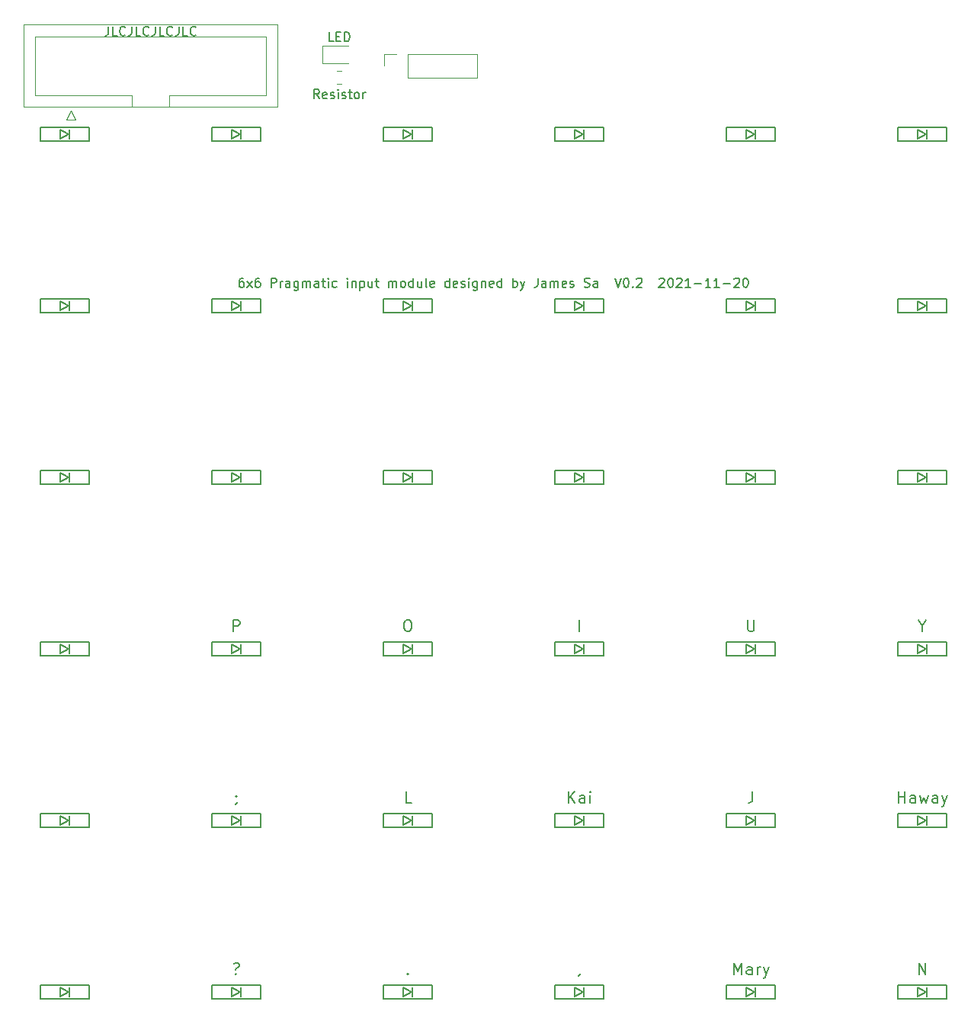
<source format=gto>
%TF.GenerationSoftware,KiCad,Pcbnew,(5.1.12-1-10_14)*%
%TF.CreationDate,2021-11-20T17:22:18+08:00*%
%TF.ProjectId,Pragmatic,50726167-6d61-4746-9963-2e6b69636164,0.2*%
%TF.SameCoordinates,Original*%
%TF.FileFunction,Legend,Top*%
%TF.FilePolarity,Positive*%
%FSLAX46Y46*%
G04 Gerber Fmt 4.6, Leading zero omitted, Abs format (unit mm)*
G04 Created by KiCad (PCBNEW (5.1.12-1-10_14)) date 2021-11-20 17:22:18*
%MOMM*%
%LPD*%
G01*
G04 APERTURE LIST*
%ADD10C,0.152400*%
%ADD11C,0.203200*%
%ADD12C,0.120000*%
%ADD13C,0.150000*%
%ADD14C,0.304800*%
%ADD15C,0.381000*%
%ADD16C,3.200000*%
%ADD17C,2.400000*%
%ADD18O,2.200000X1.600000*%
%ADD19C,4.900000*%
%ADD20C,1.800000*%
%ADD21O,2.200000X1.500000*%
%ADD22C,1.700000*%
%ADD23O,1.700000X1.700000*%
%ADD24R,1.700000X1.700000*%
%ADD25R,1.400000X1.000000*%
G04 APERTURE END LIST*
D10*
X76976393Y-64848619D02*
X76782869Y-64848619D01*
X76686107Y-64897000D01*
X76637726Y-64945380D01*
X76540964Y-65090523D01*
X76492583Y-65284047D01*
X76492583Y-65671095D01*
X76540964Y-65767857D01*
X76589345Y-65816238D01*
X76686107Y-65864619D01*
X76879631Y-65864619D01*
X76976393Y-65816238D01*
X77024774Y-65767857D01*
X77073155Y-65671095D01*
X77073155Y-65429190D01*
X77024774Y-65332428D01*
X76976393Y-65284047D01*
X76879631Y-65235666D01*
X76686107Y-65235666D01*
X76589345Y-65284047D01*
X76540964Y-65332428D01*
X76492583Y-65429190D01*
X77411821Y-65864619D02*
X77944012Y-65187285D01*
X77411821Y-65187285D02*
X77944012Y-65864619D01*
X78766488Y-64848619D02*
X78572964Y-64848619D01*
X78476202Y-64897000D01*
X78427821Y-64945380D01*
X78331060Y-65090523D01*
X78282679Y-65284047D01*
X78282679Y-65671095D01*
X78331060Y-65767857D01*
X78379440Y-65816238D01*
X78476202Y-65864619D01*
X78669726Y-65864619D01*
X78766488Y-65816238D01*
X78814869Y-65767857D01*
X78863250Y-65671095D01*
X78863250Y-65429190D01*
X78814869Y-65332428D01*
X78766488Y-65284047D01*
X78669726Y-65235666D01*
X78476202Y-65235666D01*
X78379440Y-65284047D01*
X78331060Y-65332428D01*
X78282679Y-65429190D01*
X80072774Y-65864619D02*
X80072774Y-64848619D01*
X80459821Y-64848619D01*
X80556583Y-64897000D01*
X80604964Y-64945380D01*
X80653345Y-65042142D01*
X80653345Y-65187285D01*
X80604964Y-65284047D01*
X80556583Y-65332428D01*
X80459821Y-65380809D01*
X80072774Y-65380809D01*
X81088774Y-65864619D02*
X81088774Y-65187285D01*
X81088774Y-65380809D02*
X81137155Y-65284047D01*
X81185536Y-65235666D01*
X81282298Y-65187285D01*
X81379060Y-65187285D01*
X82153155Y-65864619D02*
X82153155Y-65332428D01*
X82104774Y-65235666D01*
X82008012Y-65187285D01*
X81814488Y-65187285D01*
X81717726Y-65235666D01*
X82153155Y-65816238D02*
X82056393Y-65864619D01*
X81814488Y-65864619D01*
X81717726Y-65816238D01*
X81669345Y-65719476D01*
X81669345Y-65622714D01*
X81717726Y-65525952D01*
X81814488Y-65477571D01*
X82056393Y-65477571D01*
X82153155Y-65429190D01*
X83072393Y-65187285D02*
X83072393Y-66009761D01*
X83024012Y-66106523D01*
X82975631Y-66154904D01*
X82878869Y-66203285D01*
X82733726Y-66203285D01*
X82636964Y-66154904D01*
X83072393Y-65816238D02*
X82975631Y-65864619D01*
X82782107Y-65864619D01*
X82685345Y-65816238D01*
X82636964Y-65767857D01*
X82588583Y-65671095D01*
X82588583Y-65380809D01*
X82636964Y-65284047D01*
X82685345Y-65235666D01*
X82782107Y-65187285D01*
X82975631Y-65187285D01*
X83072393Y-65235666D01*
X83556202Y-65864619D02*
X83556202Y-65187285D01*
X83556202Y-65284047D02*
X83604583Y-65235666D01*
X83701345Y-65187285D01*
X83846488Y-65187285D01*
X83943250Y-65235666D01*
X83991631Y-65332428D01*
X83991631Y-65864619D01*
X83991631Y-65332428D02*
X84040012Y-65235666D01*
X84136774Y-65187285D01*
X84281917Y-65187285D01*
X84378679Y-65235666D01*
X84427060Y-65332428D01*
X84427060Y-65864619D01*
X85346298Y-65864619D02*
X85346298Y-65332428D01*
X85297917Y-65235666D01*
X85201155Y-65187285D01*
X85007631Y-65187285D01*
X84910869Y-65235666D01*
X85346298Y-65816238D02*
X85249536Y-65864619D01*
X85007631Y-65864619D01*
X84910869Y-65816238D01*
X84862488Y-65719476D01*
X84862488Y-65622714D01*
X84910869Y-65525952D01*
X85007631Y-65477571D01*
X85249536Y-65477571D01*
X85346298Y-65429190D01*
X85684964Y-65187285D02*
X86072012Y-65187285D01*
X85830107Y-64848619D02*
X85830107Y-65719476D01*
X85878488Y-65816238D01*
X85975250Y-65864619D01*
X86072012Y-65864619D01*
X86410679Y-65864619D02*
X86410679Y-65187285D01*
X86410679Y-64848619D02*
X86362298Y-64897000D01*
X86410679Y-64945380D01*
X86459060Y-64897000D01*
X86410679Y-64848619D01*
X86410679Y-64945380D01*
X87329917Y-65816238D02*
X87233155Y-65864619D01*
X87039631Y-65864619D01*
X86942869Y-65816238D01*
X86894488Y-65767857D01*
X86846107Y-65671095D01*
X86846107Y-65380809D01*
X86894488Y-65284047D01*
X86942869Y-65235666D01*
X87039631Y-65187285D01*
X87233155Y-65187285D01*
X87329917Y-65235666D01*
X88539440Y-65864619D02*
X88539440Y-65187285D01*
X88539440Y-64848619D02*
X88491060Y-64897000D01*
X88539440Y-64945380D01*
X88587821Y-64897000D01*
X88539440Y-64848619D01*
X88539440Y-64945380D01*
X89023250Y-65187285D02*
X89023250Y-65864619D01*
X89023250Y-65284047D02*
X89071631Y-65235666D01*
X89168393Y-65187285D01*
X89313536Y-65187285D01*
X89410298Y-65235666D01*
X89458679Y-65332428D01*
X89458679Y-65864619D01*
X89942488Y-65187285D02*
X89942488Y-66203285D01*
X89942488Y-65235666D02*
X90039250Y-65187285D01*
X90232774Y-65187285D01*
X90329536Y-65235666D01*
X90377917Y-65284047D01*
X90426298Y-65380809D01*
X90426298Y-65671095D01*
X90377917Y-65767857D01*
X90329536Y-65816238D01*
X90232774Y-65864619D01*
X90039250Y-65864619D01*
X89942488Y-65816238D01*
X91297155Y-65187285D02*
X91297155Y-65864619D01*
X90861726Y-65187285D02*
X90861726Y-65719476D01*
X90910107Y-65816238D01*
X91006869Y-65864619D01*
X91152012Y-65864619D01*
X91248774Y-65816238D01*
X91297155Y-65767857D01*
X91635821Y-65187285D02*
X92022869Y-65187285D01*
X91780964Y-64848619D02*
X91780964Y-65719476D01*
X91829345Y-65816238D01*
X91926107Y-65864619D01*
X92022869Y-65864619D01*
X93135631Y-65864619D02*
X93135631Y-65187285D01*
X93135631Y-65284047D02*
X93184012Y-65235666D01*
X93280774Y-65187285D01*
X93425917Y-65187285D01*
X93522679Y-65235666D01*
X93571060Y-65332428D01*
X93571060Y-65864619D01*
X93571060Y-65332428D02*
X93619440Y-65235666D01*
X93716202Y-65187285D01*
X93861345Y-65187285D01*
X93958107Y-65235666D01*
X94006488Y-65332428D01*
X94006488Y-65864619D01*
X94635440Y-65864619D02*
X94538679Y-65816238D01*
X94490298Y-65767857D01*
X94441917Y-65671095D01*
X94441917Y-65380809D01*
X94490298Y-65284047D01*
X94538679Y-65235666D01*
X94635440Y-65187285D01*
X94780583Y-65187285D01*
X94877345Y-65235666D01*
X94925726Y-65284047D01*
X94974107Y-65380809D01*
X94974107Y-65671095D01*
X94925726Y-65767857D01*
X94877345Y-65816238D01*
X94780583Y-65864619D01*
X94635440Y-65864619D01*
X95844964Y-65864619D02*
X95844964Y-64848619D01*
X95844964Y-65816238D02*
X95748202Y-65864619D01*
X95554679Y-65864619D01*
X95457917Y-65816238D01*
X95409536Y-65767857D01*
X95361155Y-65671095D01*
X95361155Y-65380809D01*
X95409536Y-65284047D01*
X95457917Y-65235666D01*
X95554679Y-65187285D01*
X95748202Y-65187285D01*
X95844964Y-65235666D01*
X96764202Y-65187285D02*
X96764202Y-65864619D01*
X96328774Y-65187285D02*
X96328774Y-65719476D01*
X96377155Y-65816238D01*
X96473917Y-65864619D01*
X96619060Y-65864619D01*
X96715821Y-65816238D01*
X96764202Y-65767857D01*
X97393155Y-65864619D02*
X97296393Y-65816238D01*
X97248012Y-65719476D01*
X97248012Y-64848619D01*
X98167250Y-65816238D02*
X98070488Y-65864619D01*
X97876964Y-65864619D01*
X97780202Y-65816238D01*
X97731821Y-65719476D01*
X97731821Y-65332428D01*
X97780202Y-65235666D01*
X97876964Y-65187285D01*
X98070488Y-65187285D01*
X98167250Y-65235666D01*
X98215631Y-65332428D01*
X98215631Y-65429190D01*
X97731821Y-65525952D01*
X99860583Y-65864619D02*
X99860583Y-64848619D01*
X99860583Y-65816238D02*
X99763821Y-65864619D01*
X99570298Y-65864619D01*
X99473536Y-65816238D01*
X99425155Y-65767857D01*
X99376774Y-65671095D01*
X99376774Y-65380809D01*
X99425155Y-65284047D01*
X99473536Y-65235666D01*
X99570298Y-65187285D01*
X99763821Y-65187285D01*
X99860583Y-65235666D01*
X100731440Y-65816238D02*
X100634679Y-65864619D01*
X100441155Y-65864619D01*
X100344393Y-65816238D01*
X100296012Y-65719476D01*
X100296012Y-65332428D01*
X100344393Y-65235666D01*
X100441155Y-65187285D01*
X100634679Y-65187285D01*
X100731440Y-65235666D01*
X100779821Y-65332428D01*
X100779821Y-65429190D01*
X100296012Y-65525952D01*
X101166869Y-65816238D02*
X101263631Y-65864619D01*
X101457155Y-65864619D01*
X101553917Y-65816238D01*
X101602298Y-65719476D01*
X101602298Y-65671095D01*
X101553917Y-65574333D01*
X101457155Y-65525952D01*
X101312012Y-65525952D01*
X101215250Y-65477571D01*
X101166869Y-65380809D01*
X101166869Y-65332428D01*
X101215250Y-65235666D01*
X101312012Y-65187285D01*
X101457155Y-65187285D01*
X101553917Y-65235666D01*
X102037726Y-65864619D02*
X102037726Y-65187285D01*
X102037726Y-64848619D02*
X101989345Y-64897000D01*
X102037726Y-64945380D01*
X102086107Y-64897000D01*
X102037726Y-64848619D01*
X102037726Y-64945380D01*
X102956964Y-65187285D02*
X102956964Y-66009761D01*
X102908583Y-66106523D01*
X102860202Y-66154904D01*
X102763440Y-66203285D01*
X102618298Y-66203285D01*
X102521536Y-66154904D01*
X102956964Y-65816238D02*
X102860202Y-65864619D01*
X102666679Y-65864619D01*
X102569917Y-65816238D01*
X102521536Y-65767857D01*
X102473155Y-65671095D01*
X102473155Y-65380809D01*
X102521536Y-65284047D01*
X102569917Y-65235666D01*
X102666679Y-65187285D01*
X102860202Y-65187285D01*
X102956964Y-65235666D01*
X103440774Y-65187285D02*
X103440774Y-65864619D01*
X103440774Y-65284047D02*
X103489155Y-65235666D01*
X103585917Y-65187285D01*
X103731060Y-65187285D01*
X103827821Y-65235666D01*
X103876202Y-65332428D01*
X103876202Y-65864619D01*
X104747060Y-65816238D02*
X104650298Y-65864619D01*
X104456774Y-65864619D01*
X104360012Y-65816238D01*
X104311631Y-65719476D01*
X104311631Y-65332428D01*
X104360012Y-65235666D01*
X104456774Y-65187285D01*
X104650298Y-65187285D01*
X104747060Y-65235666D01*
X104795440Y-65332428D01*
X104795440Y-65429190D01*
X104311631Y-65525952D01*
X105666298Y-65864619D02*
X105666298Y-64848619D01*
X105666298Y-65816238D02*
X105569536Y-65864619D01*
X105376012Y-65864619D01*
X105279250Y-65816238D01*
X105230869Y-65767857D01*
X105182488Y-65671095D01*
X105182488Y-65380809D01*
X105230869Y-65284047D01*
X105279250Y-65235666D01*
X105376012Y-65187285D01*
X105569536Y-65187285D01*
X105666298Y-65235666D01*
X106924202Y-65864619D02*
X106924202Y-64848619D01*
X106924202Y-65235666D02*
X107020964Y-65187285D01*
X107214488Y-65187285D01*
X107311250Y-65235666D01*
X107359631Y-65284047D01*
X107408012Y-65380809D01*
X107408012Y-65671095D01*
X107359631Y-65767857D01*
X107311250Y-65816238D01*
X107214488Y-65864619D01*
X107020964Y-65864619D01*
X106924202Y-65816238D01*
X107746679Y-65187285D02*
X107988583Y-65864619D01*
X108230488Y-65187285D02*
X107988583Y-65864619D01*
X107891821Y-66106523D01*
X107843440Y-66154904D01*
X107746679Y-66203285D01*
X109681917Y-64848619D02*
X109681917Y-65574333D01*
X109633536Y-65719476D01*
X109536774Y-65816238D01*
X109391631Y-65864619D01*
X109294869Y-65864619D01*
X110601155Y-65864619D02*
X110601155Y-65332428D01*
X110552774Y-65235666D01*
X110456012Y-65187285D01*
X110262488Y-65187285D01*
X110165726Y-65235666D01*
X110601155Y-65816238D02*
X110504393Y-65864619D01*
X110262488Y-65864619D01*
X110165726Y-65816238D01*
X110117345Y-65719476D01*
X110117345Y-65622714D01*
X110165726Y-65525952D01*
X110262488Y-65477571D01*
X110504393Y-65477571D01*
X110601155Y-65429190D01*
X111084964Y-65864619D02*
X111084964Y-65187285D01*
X111084964Y-65284047D02*
X111133345Y-65235666D01*
X111230107Y-65187285D01*
X111375250Y-65187285D01*
X111472012Y-65235666D01*
X111520393Y-65332428D01*
X111520393Y-65864619D01*
X111520393Y-65332428D02*
X111568774Y-65235666D01*
X111665536Y-65187285D01*
X111810679Y-65187285D01*
X111907440Y-65235666D01*
X111955821Y-65332428D01*
X111955821Y-65864619D01*
X112826679Y-65816238D02*
X112729917Y-65864619D01*
X112536393Y-65864619D01*
X112439631Y-65816238D01*
X112391250Y-65719476D01*
X112391250Y-65332428D01*
X112439631Y-65235666D01*
X112536393Y-65187285D01*
X112729917Y-65187285D01*
X112826679Y-65235666D01*
X112875060Y-65332428D01*
X112875060Y-65429190D01*
X112391250Y-65525952D01*
X113262107Y-65816238D02*
X113358869Y-65864619D01*
X113552393Y-65864619D01*
X113649155Y-65816238D01*
X113697536Y-65719476D01*
X113697536Y-65671095D01*
X113649155Y-65574333D01*
X113552393Y-65525952D01*
X113407250Y-65525952D01*
X113310488Y-65477571D01*
X113262107Y-65380809D01*
X113262107Y-65332428D01*
X113310488Y-65235666D01*
X113407250Y-65187285D01*
X113552393Y-65187285D01*
X113649155Y-65235666D01*
X114858679Y-65816238D02*
X115003821Y-65864619D01*
X115245726Y-65864619D01*
X115342488Y-65816238D01*
X115390869Y-65767857D01*
X115439250Y-65671095D01*
X115439250Y-65574333D01*
X115390869Y-65477571D01*
X115342488Y-65429190D01*
X115245726Y-65380809D01*
X115052202Y-65332428D01*
X114955440Y-65284047D01*
X114907060Y-65235666D01*
X114858679Y-65138904D01*
X114858679Y-65042142D01*
X114907060Y-64945380D01*
X114955440Y-64897000D01*
X115052202Y-64848619D01*
X115294107Y-64848619D01*
X115439250Y-64897000D01*
X116310107Y-65864619D02*
X116310107Y-65332428D01*
X116261726Y-65235666D01*
X116164964Y-65187285D01*
X115971440Y-65187285D01*
X115874679Y-65235666D01*
X116310107Y-65816238D02*
X116213345Y-65864619D01*
X115971440Y-65864619D01*
X115874679Y-65816238D01*
X115826298Y-65719476D01*
X115826298Y-65622714D01*
X115874679Y-65525952D01*
X115971440Y-65477571D01*
X116213345Y-65477571D01*
X116310107Y-65429190D01*
X61982047Y-36908619D02*
X61982047Y-37634333D01*
X61933666Y-37779476D01*
X61836904Y-37876238D01*
X61691761Y-37924619D01*
X61595000Y-37924619D01*
X62949666Y-37924619D02*
X62465857Y-37924619D01*
X62465857Y-36908619D01*
X63868904Y-37827857D02*
X63820523Y-37876238D01*
X63675380Y-37924619D01*
X63578619Y-37924619D01*
X63433476Y-37876238D01*
X63336714Y-37779476D01*
X63288333Y-37682714D01*
X63239952Y-37489190D01*
X63239952Y-37344047D01*
X63288333Y-37150523D01*
X63336714Y-37053761D01*
X63433476Y-36957000D01*
X63578619Y-36908619D01*
X63675380Y-36908619D01*
X63820523Y-36957000D01*
X63868904Y-37005380D01*
X64594619Y-36908619D02*
X64594619Y-37634333D01*
X64546238Y-37779476D01*
X64449476Y-37876238D01*
X64304333Y-37924619D01*
X64207571Y-37924619D01*
X65562238Y-37924619D02*
X65078428Y-37924619D01*
X65078428Y-36908619D01*
X66481476Y-37827857D02*
X66433095Y-37876238D01*
X66287952Y-37924619D01*
X66191190Y-37924619D01*
X66046047Y-37876238D01*
X65949285Y-37779476D01*
X65900904Y-37682714D01*
X65852523Y-37489190D01*
X65852523Y-37344047D01*
X65900904Y-37150523D01*
X65949285Y-37053761D01*
X66046047Y-36957000D01*
X66191190Y-36908619D01*
X66287952Y-36908619D01*
X66433095Y-36957000D01*
X66481476Y-37005380D01*
X67207190Y-36908619D02*
X67207190Y-37634333D01*
X67158809Y-37779476D01*
X67062047Y-37876238D01*
X66916904Y-37924619D01*
X66820142Y-37924619D01*
X68174809Y-37924619D02*
X67691000Y-37924619D01*
X67691000Y-36908619D01*
X69094047Y-37827857D02*
X69045666Y-37876238D01*
X68900523Y-37924619D01*
X68803761Y-37924619D01*
X68658619Y-37876238D01*
X68561857Y-37779476D01*
X68513476Y-37682714D01*
X68465095Y-37489190D01*
X68465095Y-37344047D01*
X68513476Y-37150523D01*
X68561857Y-37053761D01*
X68658619Y-36957000D01*
X68803761Y-36908619D01*
X68900523Y-36908619D01*
X69045666Y-36957000D01*
X69094047Y-37005380D01*
X69819761Y-36908619D02*
X69819761Y-37634333D01*
X69771380Y-37779476D01*
X69674619Y-37876238D01*
X69529476Y-37924619D01*
X69432714Y-37924619D01*
X70787380Y-37924619D02*
X70303571Y-37924619D01*
X70303571Y-36908619D01*
X71706619Y-37827857D02*
X71658238Y-37876238D01*
X71513095Y-37924619D01*
X71416333Y-37924619D01*
X71271190Y-37876238D01*
X71174428Y-37779476D01*
X71126047Y-37682714D01*
X71077666Y-37489190D01*
X71077666Y-37344047D01*
X71126047Y-37150523D01*
X71174428Y-37053761D01*
X71271190Y-36957000D01*
X71416333Y-36908619D01*
X71513095Y-36908619D01*
X71658238Y-36957000D01*
X71706619Y-37005380D01*
X118252844Y-64848619D02*
X118591511Y-65864619D01*
X118930178Y-64848619D01*
X119462368Y-64848619D02*
X119559130Y-64848619D01*
X119655892Y-64897000D01*
X119704273Y-64945380D01*
X119752654Y-65042142D01*
X119801035Y-65235666D01*
X119801035Y-65477571D01*
X119752654Y-65671095D01*
X119704273Y-65767857D01*
X119655892Y-65816238D01*
X119559130Y-65864619D01*
X119462368Y-65864619D01*
X119365606Y-65816238D01*
X119317225Y-65767857D01*
X119268844Y-65671095D01*
X119220463Y-65477571D01*
X119220463Y-65235666D01*
X119268844Y-65042142D01*
X119317225Y-64945380D01*
X119365606Y-64897000D01*
X119462368Y-64848619D01*
X120236463Y-65767857D02*
X120284844Y-65816238D01*
X120236463Y-65864619D01*
X120188082Y-65816238D01*
X120236463Y-65767857D01*
X120236463Y-65864619D01*
X120671892Y-64945380D02*
X120720273Y-64897000D01*
X120817035Y-64848619D01*
X121058940Y-64848619D01*
X121155701Y-64897000D01*
X121204082Y-64945380D01*
X121252463Y-65042142D01*
X121252463Y-65138904D01*
X121204082Y-65284047D01*
X120623511Y-65864619D01*
X121252463Y-65864619D01*
X123187701Y-64945380D02*
X123236082Y-64897000D01*
X123332844Y-64848619D01*
X123574749Y-64848619D01*
X123671511Y-64897000D01*
X123719892Y-64945380D01*
X123768273Y-65042142D01*
X123768273Y-65138904D01*
X123719892Y-65284047D01*
X123139320Y-65864619D01*
X123768273Y-65864619D01*
X124397225Y-64848619D02*
X124493987Y-64848619D01*
X124590749Y-64897000D01*
X124639130Y-64945380D01*
X124687511Y-65042142D01*
X124735892Y-65235666D01*
X124735892Y-65477571D01*
X124687511Y-65671095D01*
X124639130Y-65767857D01*
X124590749Y-65816238D01*
X124493987Y-65864619D01*
X124397225Y-65864619D01*
X124300463Y-65816238D01*
X124252082Y-65767857D01*
X124203701Y-65671095D01*
X124155320Y-65477571D01*
X124155320Y-65235666D01*
X124203701Y-65042142D01*
X124252082Y-64945380D01*
X124300463Y-64897000D01*
X124397225Y-64848619D01*
X125122940Y-64945380D02*
X125171320Y-64897000D01*
X125268082Y-64848619D01*
X125509987Y-64848619D01*
X125606749Y-64897000D01*
X125655130Y-64945380D01*
X125703511Y-65042142D01*
X125703511Y-65138904D01*
X125655130Y-65284047D01*
X125074559Y-65864619D01*
X125703511Y-65864619D01*
X126671130Y-65864619D02*
X126090559Y-65864619D01*
X126380844Y-65864619D02*
X126380844Y-64848619D01*
X126284082Y-64993761D01*
X126187320Y-65090523D01*
X126090559Y-65138904D01*
X127106559Y-65477571D02*
X127880654Y-65477571D01*
X128896654Y-65864619D02*
X128316082Y-65864619D01*
X128606368Y-65864619D02*
X128606368Y-64848619D01*
X128509606Y-64993761D01*
X128412844Y-65090523D01*
X128316082Y-65138904D01*
X129864273Y-65864619D02*
X129283701Y-65864619D01*
X129573987Y-65864619D02*
X129573987Y-64848619D01*
X129477225Y-64993761D01*
X129380463Y-65090523D01*
X129283701Y-65138904D01*
X130299701Y-65477571D02*
X131073797Y-65477571D01*
X131509225Y-64945380D02*
X131557606Y-64897000D01*
X131654368Y-64848619D01*
X131896273Y-64848619D01*
X131993035Y-64897000D01*
X132041416Y-64945380D01*
X132089797Y-65042142D01*
X132089797Y-65138904D01*
X132041416Y-65284047D01*
X131460844Y-65864619D01*
X132089797Y-65864619D01*
X132718749Y-64848619D02*
X132815511Y-64848619D01*
X132912273Y-64897000D01*
X132960654Y-64945380D01*
X133009035Y-65042142D01*
X133057416Y-65235666D01*
X133057416Y-65477571D01*
X133009035Y-65671095D01*
X132960654Y-65767857D01*
X132912273Y-65816238D01*
X132815511Y-65864619D01*
X132718749Y-65864619D01*
X132621987Y-65816238D01*
X132573606Y-65767857D01*
X132525225Y-65671095D01*
X132476844Y-65477571D01*
X132476844Y-65235666D01*
X132525225Y-65042142D01*
X132573606Y-64945380D01*
X132621987Y-64897000D01*
X132718749Y-64848619D01*
D11*
X76260476Y-123069047D02*
X76260476Y-123129523D01*
X76200000Y-123250476D01*
X76139523Y-123310952D01*
X76200000Y-122343333D02*
X76260476Y-122403809D01*
X76200000Y-122464285D01*
X76139523Y-122403809D01*
X76200000Y-122343333D01*
X76200000Y-122464285D01*
X76139523Y-142058571D02*
X76200000Y-142119047D01*
X76139523Y-142179523D01*
X76079047Y-142119047D01*
X76139523Y-142058571D01*
X76139523Y-142179523D01*
X75897619Y-140970000D02*
X76018571Y-140909523D01*
X76320952Y-140909523D01*
X76441904Y-140970000D01*
X76502380Y-141090952D01*
X76502380Y-141211904D01*
X76441904Y-141332857D01*
X76381428Y-141393333D01*
X76260476Y-141453809D01*
X76200000Y-141514285D01*
X76139523Y-141635238D01*
X76139523Y-141695714D01*
X95250000Y-142058571D02*
X95310476Y-142119047D01*
X95250000Y-142179523D01*
X95189523Y-142119047D01*
X95250000Y-142058571D01*
X95250000Y-142179523D01*
X114360476Y-142119047D02*
X114360476Y-142179523D01*
X114300000Y-142300476D01*
X114239523Y-142360952D01*
X131475238Y-142179523D02*
X131475238Y-140909523D01*
X131898571Y-141816666D01*
X132321904Y-140909523D01*
X132321904Y-142179523D01*
X133470952Y-142179523D02*
X133470952Y-141514285D01*
X133410476Y-141393333D01*
X133289523Y-141332857D01*
X133047619Y-141332857D01*
X132926666Y-141393333D01*
X133470952Y-142119047D02*
X133350000Y-142179523D01*
X133047619Y-142179523D01*
X132926666Y-142119047D01*
X132866190Y-141998095D01*
X132866190Y-141877142D01*
X132926666Y-141756190D01*
X133047619Y-141695714D01*
X133350000Y-141695714D01*
X133470952Y-141635238D01*
X134075714Y-142179523D02*
X134075714Y-141332857D01*
X134075714Y-141574761D02*
X134136190Y-141453809D01*
X134196666Y-141393333D01*
X134317619Y-141332857D01*
X134438571Y-141332857D01*
X134740952Y-141332857D02*
X135043333Y-142179523D01*
X135345714Y-141332857D02*
X135043333Y-142179523D01*
X134922380Y-142481904D01*
X134861904Y-142542380D01*
X134740952Y-142602857D01*
X152037142Y-142179523D02*
X152037142Y-140909523D01*
X152762857Y-142179523D01*
X152762857Y-140909523D01*
X95643095Y-123129523D02*
X95038333Y-123129523D01*
X95038333Y-121859523D01*
X113090476Y-123129523D02*
X113090476Y-121859523D01*
X113816190Y-123129523D02*
X113271904Y-122403809D01*
X113816190Y-121859523D02*
X113090476Y-122585238D01*
X114904761Y-123129523D02*
X114904761Y-122464285D01*
X114844285Y-122343333D01*
X114723333Y-122282857D01*
X114481428Y-122282857D01*
X114360476Y-122343333D01*
X114904761Y-123069047D02*
X114783809Y-123129523D01*
X114481428Y-123129523D01*
X114360476Y-123069047D01*
X114300000Y-122948095D01*
X114300000Y-122827142D01*
X114360476Y-122706190D01*
X114481428Y-122645714D01*
X114783809Y-122645714D01*
X114904761Y-122585238D01*
X115509523Y-123129523D02*
X115509523Y-122282857D01*
X115509523Y-121859523D02*
X115449047Y-121920000D01*
X115509523Y-121980476D01*
X115570000Y-121920000D01*
X115509523Y-121859523D01*
X115509523Y-121980476D01*
X133531428Y-121859523D02*
X133531428Y-122766666D01*
X133470952Y-122948095D01*
X133350000Y-123069047D01*
X133168571Y-123129523D01*
X133047619Y-123129523D01*
X149739047Y-123129523D02*
X149739047Y-121859523D01*
X149739047Y-122464285D02*
X150464761Y-122464285D01*
X150464761Y-123129523D02*
X150464761Y-121859523D01*
X151613809Y-123129523D02*
X151613809Y-122464285D01*
X151553333Y-122343333D01*
X151432380Y-122282857D01*
X151190476Y-122282857D01*
X151069523Y-122343333D01*
X151613809Y-123069047D02*
X151492857Y-123129523D01*
X151190476Y-123129523D01*
X151069523Y-123069047D01*
X151009047Y-122948095D01*
X151009047Y-122827142D01*
X151069523Y-122706190D01*
X151190476Y-122645714D01*
X151492857Y-122645714D01*
X151613809Y-122585238D01*
X152097619Y-122282857D02*
X152339523Y-123129523D01*
X152581428Y-122524761D01*
X152823333Y-123129523D01*
X153065238Y-122282857D01*
X154093333Y-123129523D02*
X154093333Y-122464285D01*
X154032857Y-122343333D01*
X153911904Y-122282857D01*
X153670000Y-122282857D01*
X153549047Y-122343333D01*
X154093333Y-123069047D02*
X153972380Y-123129523D01*
X153670000Y-123129523D01*
X153549047Y-123069047D01*
X153488571Y-122948095D01*
X153488571Y-122827142D01*
X153549047Y-122706190D01*
X153670000Y-122645714D01*
X153972380Y-122645714D01*
X154093333Y-122585238D01*
X154577142Y-122282857D02*
X154879523Y-123129523D01*
X155181904Y-122282857D02*
X154879523Y-123129523D01*
X154758571Y-123431904D01*
X154698095Y-123492380D01*
X154577142Y-123552857D01*
X75867380Y-104079523D02*
X75867380Y-102809523D01*
X76351190Y-102809523D01*
X76472142Y-102870000D01*
X76532619Y-102930476D01*
X76593095Y-103051428D01*
X76593095Y-103232857D01*
X76532619Y-103353809D01*
X76472142Y-103414285D01*
X76351190Y-103474761D01*
X75867380Y-103474761D01*
X95129047Y-102809523D02*
X95370952Y-102809523D01*
X95491904Y-102870000D01*
X95612857Y-102990952D01*
X95673333Y-103232857D01*
X95673333Y-103656190D01*
X95612857Y-103898095D01*
X95491904Y-104019047D01*
X95370952Y-104079523D01*
X95129047Y-104079523D01*
X95008095Y-104019047D01*
X94887142Y-103898095D01*
X94826666Y-103656190D01*
X94826666Y-103232857D01*
X94887142Y-102990952D01*
X95008095Y-102870000D01*
X95129047Y-102809523D01*
X114300000Y-104079523D02*
X114300000Y-102809523D01*
X132987142Y-102809523D02*
X132987142Y-103837619D01*
X133047619Y-103958571D01*
X133108095Y-104019047D01*
X133229047Y-104079523D01*
X133470952Y-104079523D01*
X133591904Y-104019047D01*
X133652380Y-103958571D01*
X133712857Y-103837619D01*
X133712857Y-102809523D01*
X152400000Y-103474761D02*
X152400000Y-104079523D01*
X151976666Y-102809523D02*
X152400000Y-103474761D01*
X152823333Y-102809523D01*
D12*
X52575000Y-45835000D02*
X52575000Y-36715000D01*
X52575000Y-36715000D02*
X80775000Y-36715000D01*
X80775000Y-36715000D02*
X80775000Y-45835000D01*
X80775000Y-45835000D02*
X52575000Y-45835000D01*
X64625000Y-45835000D02*
X64625000Y-44525000D01*
X64625000Y-44525000D02*
X53875000Y-44525000D01*
X53875000Y-44525000D02*
X53875000Y-38025000D01*
X53875000Y-38025000D02*
X79475000Y-38025000D01*
X79475000Y-38025000D02*
X79475000Y-44525000D01*
X79475000Y-44525000D02*
X68725000Y-44525000D01*
X68725000Y-44525000D02*
X68725000Y-44525000D01*
X68725000Y-44525000D02*
X68725000Y-45835000D01*
X57785000Y-46225000D02*
X57285000Y-47225000D01*
X57285000Y-47225000D02*
X58285000Y-47225000D01*
X58285000Y-47225000D02*
X57785000Y-46225000D01*
X92650000Y-41275000D02*
X92650000Y-39945000D01*
X92650000Y-39945000D02*
X93980000Y-39945000D01*
X95250000Y-39945000D02*
X102930000Y-39945000D01*
X102930000Y-42605000D02*
X102930000Y-39945000D01*
X95250000Y-42605000D02*
X102930000Y-42605000D01*
X95250000Y-42605000D02*
X95250000Y-39945000D01*
X87402936Y-43280000D02*
X87857064Y-43280000D01*
X87402936Y-41810000D02*
X87857064Y-41810000D01*
X88630000Y-39045000D02*
X85770000Y-39045000D01*
X85770000Y-39045000D02*
X85770000Y-40965000D01*
X85770000Y-40965000D02*
X88630000Y-40965000D01*
D13*
X152900000Y-144645000D02*
X152900000Y-143645000D01*
X152800000Y-144145000D02*
X151900000Y-144645000D01*
X151900000Y-143645000D02*
X152800000Y-144145000D01*
X151900000Y-144645000D02*
X151900000Y-143645000D01*
X149700000Y-144895000D02*
X149700000Y-143395000D01*
X155100000Y-144895000D02*
X155100000Y-143395000D01*
X149700000Y-144895000D02*
X155100000Y-144895000D01*
X155100000Y-143395000D02*
X149700000Y-143395000D01*
X133850000Y-144645000D02*
X133850000Y-143645000D01*
X133750000Y-144145000D02*
X132850000Y-144645000D01*
X132850000Y-143645000D02*
X133750000Y-144145000D01*
X132850000Y-144645000D02*
X132850000Y-143645000D01*
X130650000Y-144895000D02*
X130650000Y-143395000D01*
X136050000Y-144895000D02*
X136050000Y-143395000D01*
X130650000Y-144895000D02*
X136050000Y-144895000D01*
X136050000Y-143395000D02*
X130650000Y-143395000D01*
X114800000Y-144645000D02*
X114800000Y-143645000D01*
X114700000Y-144145000D02*
X113800000Y-144645000D01*
X113800000Y-143645000D02*
X114700000Y-144145000D01*
X113800000Y-144645000D02*
X113800000Y-143645000D01*
X111600000Y-144895000D02*
X111600000Y-143395000D01*
X117000000Y-144895000D02*
X117000000Y-143395000D01*
X111600000Y-144895000D02*
X117000000Y-144895000D01*
X117000000Y-143395000D02*
X111600000Y-143395000D01*
X95750000Y-144645000D02*
X95750000Y-143645000D01*
X95650000Y-144145000D02*
X94750000Y-144645000D01*
X94750000Y-143645000D02*
X95650000Y-144145000D01*
X94750000Y-144645000D02*
X94750000Y-143645000D01*
X92550000Y-144895000D02*
X92550000Y-143395000D01*
X97950000Y-144895000D02*
X97950000Y-143395000D01*
X92550000Y-144895000D02*
X97950000Y-144895000D01*
X97950000Y-143395000D02*
X92550000Y-143395000D01*
X76700000Y-144645000D02*
X76700000Y-143645000D01*
X76600000Y-144145000D02*
X75700000Y-144645000D01*
X75700000Y-143645000D02*
X76600000Y-144145000D01*
X75700000Y-144645000D02*
X75700000Y-143645000D01*
X73500000Y-144895000D02*
X73500000Y-143395000D01*
X78900000Y-144895000D02*
X78900000Y-143395000D01*
X73500000Y-144895000D02*
X78900000Y-144895000D01*
X78900000Y-143395000D02*
X73500000Y-143395000D01*
X57650000Y-144645000D02*
X57650000Y-143645000D01*
X57550000Y-144145000D02*
X56650000Y-144645000D01*
X56650000Y-143645000D02*
X57550000Y-144145000D01*
X56650000Y-144645000D02*
X56650000Y-143645000D01*
X54450000Y-144895000D02*
X54450000Y-143395000D01*
X59850000Y-144895000D02*
X59850000Y-143395000D01*
X54450000Y-144895000D02*
X59850000Y-144895000D01*
X59850000Y-143395000D02*
X54450000Y-143395000D01*
X152900000Y-125595000D02*
X152900000Y-124595000D01*
X152800000Y-125095000D02*
X151900000Y-125595000D01*
X151900000Y-124595000D02*
X152800000Y-125095000D01*
X151900000Y-125595000D02*
X151900000Y-124595000D01*
X149700000Y-125845000D02*
X149700000Y-124345000D01*
X155100000Y-125845000D02*
X155100000Y-124345000D01*
X149700000Y-125845000D02*
X155100000Y-125845000D01*
X155100000Y-124345000D02*
X149700000Y-124345000D01*
X133850000Y-125595000D02*
X133850000Y-124595000D01*
X133750000Y-125095000D02*
X132850000Y-125595000D01*
X132850000Y-124595000D02*
X133750000Y-125095000D01*
X132850000Y-125595000D02*
X132850000Y-124595000D01*
X130650000Y-125845000D02*
X130650000Y-124345000D01*
X136050000Y-125845000D02*
X136050000Y-124345000D01*
X130650000Y-125845000D02*
X136050000Y-125845000D01*
X136050000Y-124345000D02*
X130650000Y-124345000D01*
X114800000Y-125595000D02*
X114800000Y-124595000D01*
X114700000Y-125095000D02*
X113800000Y-125595000D01*
X113800000Y-124595000D02*
X114700000Y-125095000D01*
X113800000Y-125595000D02*
X113800000Y-124595000D01*
X111600000Y-125845000D02*
X111600000Y-124345000D01*
X117000000Y-125845000D02*
X117000000Y-124345000D01*
X111600000Y-125845000D02*
X117000000Y-125845000D01*
X117000000Y-124345000D02*
X111600000Y-124345000D01*
X95750000Y-125595000D02*
X95750000Y-124595000D01*
X95650000Y-125095000D02*
X94750000Y-125595000D01*
X94750000Y-124595000D02*
X95650000Y-125095000D01*
X94750000Y-125595000D02*
X94750000Y-124595000D01*
X92550000Y-125845000D02*
X92550000Y-124345000D01*
X97950000Y-125845000D02*
X97950000Y-124345000D01*
X92550000Y-125845000D02*
X97950000Y-125845000D01*
X97950000Y-124345000D02*
X92550000Y-124345000D01*
X76700000Y-125595000D02*
X76700000Y-124595000D01*
X76600000Y-125095000D02*
X75700000Y-125595000D01*
X75700000Y-124595000D02*
X76600000Y-125095000D01*
X75700000Y-125595000D02*
X75700000Y-124595000D01*
X73500000Y-125845000D02*
X73500000Y-124345000D01*
X78900000Y-125845000D02*
X78900000Y-124345000D01*
X73500000Y-125845000D02*
X78900000Y-125845000D01*
X78900000Y-124345000D02*
X73500000Y-124345000D01*
X57650000Y-125595000D02*
X57650000Y-124595000D01*
X57550000Y-125095000D02*
X56650000Y-125595000D01*
X56650000Y-124595000D02*
X57550000Y-125095000D01*
X56650000Y-125595000D02*
X56650000Y-124595000D01*
X54450000Y-125845000D02*
X54450000Y-124345000D01*
X59850000Y-125845000D02*
X59850000Y-124345000D01*
X54450000Y-125845000D02*
X59850000Y-125845000D01*
X59850000Y-124345000D02*
X54450000Y-124345000D01*
X152900000Y-106545000D02*
X152900000Y-105545000D01*
X152800000Y-106045000D02*
X151900000Y-106545000D01*
X151900000Y-105545000D02*
X152800000Y-106045000D01*
X151900000Y-106545000D02*
X151900000Y-105545000D01*
X149700000Y-106795000D02*
X149700000Y-105295000D01*
X155100000Y-106795000D02*
X155100000Y-105295000D01*
X149700000Y-106795000D02*
X155100000Y-106795000D01*
X155100000Y-105295000D02*
X149700000Y-105295000D01*
X133850000Y-106545000D02*
X133850000Y-105545000D01*
X133750000Y-106045000D02*
X132850000Y-106545000D01*
X132850000Y-105545000D02*
X133750000Y-106045000D01*
X132850000Y-106545000D02*
X132850000Y-105545000D01*
X130650000Y-106795000D02*
X130650000Y-105295000D01*
X136050000Y-106795000D02*
X136050000Y-105295000D01*
X130650000Y-106795000D02*
X136050000Y-106795000D01*
X136050000Y-105295000D02*
X130650000Y-105295000D01*
X114800000Y-106545000D02*
X114800000Y-105545000D01*
X114700000Y-106045000D02*
X113800000Y-106545000D01*
X113800000Y-105545000D02*
X114700000Y-106045000D01*
X113800000Y-106545000D02*
X113800000Y-105545000D01*
X111600000Y-106795000D02*
X111600000Y-105295000D01*
X117000000Y-106795000D02*
X117000000Y-105295000D01*
X111600000Y-106795000D02*
X117000000Y-106795000D01*
X117000000Y-105295000D02*
X111600000Y-105295000D01*
X95750000Y-106545000D02*
X95750000Y-105545000D01*
X95650000Y-106045000D02*
X94750000Y-106545000D01*
X94750000Y-105545000D02*
X95650000Y-106045000D01*
X94750000Y-106545000D02*
X94750000Y-105545000D01*
X92550000Y-106795000D02*
X92550000Y-105295000D01*
X97950000Y-106795000D02*
X97950000Y-105295000D01*
X92550000Y-106795000D02*
X97950000Y-106795000D01*
X97950000Y-105295000D02*
X92550000Y-105295000D01*
X76700000Y-106545000D02*
X76700000Y-105545000D01*
X76600000Y-106045000D02*
X75700000Y-106545000D01*
X75700000Y-105545000D02*
X76600000Y-106045000D01*
X75700000Y-106545000D02*
X75700000Y-105545000D01*
X73500000Y-106795000D02*
X73500000Y-105295000D01*
X78900000Y-106795000D02*
X78900000Y-105295000D01*
X73500000Y-106795000D02*
X78900000Y-106795000D01*
X78900000Y-105295000D02*
X73500000Y-105295000D01*
X57650000Y-106545000D02*
X57650000Y-105545000D01*
X57550000Y-106045000D02*
X56650000Y-106545000D01*
X56650000Y-105545000D02*
X57550000Y-106045000D01*
X56650000Y-106545000D02*
X56650000Y-105545000D01*
X54450000Y-106795000D02*
X54450000Y-105295000D01*
X59850000Y-106795000D02*
X59850000Y-105295000D01*
X54450000Y-106795000D02*
X59850000Y-106795000D01*
X59850000Y-105295000D02*
X54450000Y-105295000D01*
X152900000Y-87495000D02*
X152900000Y-86495000D01*
X152800000Y-86995000D02*
X151900000Y-87495000D01*
X151900000Y-86495000D02*
X152800000Y-86995000D01*
X151900000Y-87495000D02*
X151900000Y-86495000D01*
X149700000Y-87745000D02*
X149700000Y-86245000D01*
X155100000Y-87745000D02*
X155100000Y-86245000D01*
X149700000Y-87745000D02*
X155100000Y-87745000D01*
X155100000Y-86245000D02*
X149700000Y-86245000D01*
X133850000Y-87495000D02*
X133850000Y-86495000D01*
X133750000Y-86995000D02*
X132850000Y-87495000D01*
X132850000Y-86495000D02*
X133750000Y-86995000D01*
X132850000Y-87495000D02*
X132850000Y-86495000D01*
X130650000Y-87745000D02*
X130650000Y-86245000D01*
X136050000Y-87745000D02*
X136050000Y-86245000D01*
X130650000Y-87745000D02*
X136050000Y-87745000D01*
X136050000Y-86245000D02*
X130650000Y-86245000D01*
X114800000Y-87495000D02*
X114800000Y-86495000D01*
X114700000Y-86995000D02*
X113800000Y-87495000D01*
X113800000Y-86495000D02*
X114700000Y-86995000D01*
X113800000Y-87495000D02*
X113800000Y-86495000D01*
X111600000Y-87745000D02*
X111600000Y-86245000D01*
X117000000Y-87745000D02*
X117000000Y-86245000D01*
X111600000Y-87745000D02*
X117000000Y-87745000D01*
X117000000Y-86245000D02*
X111600000Y-86245000D01*
X95750000Y-87495000D02*
X95750000Y-86495000D01*
X95650000Y-86995000D02*
X94750000Y-87495000D01*
X94750000Y-86495000D02*
X95650000Y-86995000D01*
X94750000Y-87495000D02*
X94750000Y-86495000D01*
X92550000Y-87745000D02*
X92550000Y-86245000D01*
X97950000Y-87745000D02*
X97950000Y-86245000D01*
X92550000Y-87745000D02*
X97950000Y-87745000D01*
X97950000Y-86245000D02*
X92550000Y-86245000D01*
X76700000Y-87495000D02*
X76700000Y-86495000D01*
X76600000Y-86995000D02*
X75700000Y-87495000D01*
X75700000Y-86495000D02*
X76600000Y-86995000D01*
X75700000Y-87495000D02*
X75700000Y-86495000D01*
X73500000Y-87745000D02*
X73500000Y-86245000D01*
X78900000Y-87745000D02*
X78900000Y-86245000D01*
X73500000Y-87745000D02*
X78900000Y-87745000D01*
X78900000Y-86245000D02*
X73500000Y-86245000D01*
X57650000Y-87495000D02*
X57650000Y-86495000D01*
X57550000Y-86995000D02*
X56650000Y-87495000D01*
X56650000Y-86495000D02*
X57550000Y-86995000D01*
X56650000Y-87495000D02*
X56650000Y-86495000D01*
X54450000Y-87745000D02*
X54450000Y-86245000D01*
X59850000Y-87745000D02*
X59850000Y-86245000D01*
X54450000Y-87745000D02*
X59850000Y-87745000D01*
X59850000Y-86245000D02*
X54450000Y-86245000D01*
X152900000Y-68445000D02*
X152900000Y-67445000D01*
X152800000Y-67945000D02*
X151900000Y-68445000D01*
X151900000Y-67445000D02*
X152800000Y-67945000D01*
X151900000Y-68445000D02*
X151900000Y-67445000D01*
X149700000Y-68695000D02*
X149700000Y-67195000D01*
X155100000Y-68695000D02*
X155100000Y-67195000D01*
X149700000Y-68695000D02*
X155100000Y-68695000D01*
X155100000Y-67195000D02*
X149700000Y-67195000D01*
X133850000Y-68445000D02*
X133850000Y-67445000D01*
X133750000Y-67945000D02*
X132850000Y-68445000D01*
X132850000Y-67445000D02*
X133750000Y-67945000D01*
X132850000Y-68445000D02*
X132850000Y-67445000D01*
X130650000Y-68695000D02*
X130650000Y-67195000D01*
X136050000Y-68695000D02*
X136050000Y-67195000D01*
X130650000Y-68695000D02*
X136050000Y-68695000D01*
X136050000Y-67195000D02*
X130650000Y-67195000D01*
X114800000Y-68445000D02*
X114800000Y-67445000D01*
X114700000Y-67945000D02*
X113800000Y-68445000D01*
X113800000Y-67445000D02*
X114700000Y-67945000D01*
X113800000Y-68445000D02*
X113800000Y-67445000D01*
X111600000Y-68695000D02*
X111600000Y-67195000D01*
X117000000Y-68695000D02*
X117000000Y-67195000D01*
X111600000Y-68695000D02*
X117000000Y-68695000D01*
X117000000Y-67195000D02*
X111600000Y-67195000D01*
X95750000Y-68445000D02*
X95750000Y-67445000D01*
X95650000Y-67945000D02*
X94750000Y-68445000D01*
X94750000Y-67445000D02*
X95650000Y-67945000D01*
X94750000Y-68445000D02*
X94750000Y-67445000D01*
X92550000Y-68695000D02*
X92550000Y-67195000D01*
X97950000Y-68695000D02*
X97950000Y-67195000D01*
X92550000Y-68695000D02*
X97950000Y-68695000D01*
X97950000Y-67195000D02*
X92550000Y-67195000D01*
X152900000Y-49395000D02*
X152900000Y-48395000D01*
X152800000Y-48895000D02*
X151900000Y-49395000D01*
X151900000Y-48395000D02*
X152800000Y-48895000D01*
X151900000Y-49395000D02*
X151900000Y-48395000D01*
X149700000Y-49645000D02*
X149700000Y-48145000D01*
X155100000Y-49645000D02*
X155100000Y-48145000D01*
X149700000Y-49645000D02*
X155100000Y-49645000D01*
X155100000Y-48145000D02*
X149700000Y-48145000D01*
X133850000Y-49395000D02*
X133850000Y-48395000D01*
X133750000Y-48895000D02*
X132850000Y-49395000D01*
X132850000Y-48395000D02*
X133750000Y-48895000D01*
X132850000Y-49395000D02*
X132850000Y-48395000D01*
X130650000Y-49645000D02*
X130650000Y-48145000D01*
X136050000Y-49645000D02*
X136050000Y-48145000D01*
X130650000Y-49645000D02*
X136050000Y-49645000D01*
X136050000Y-48145000D02*
X130650000Y-48145000D01*
X114800000Y-49395000D02*
X114800000Y-48395000D01*
X114700000Y-48895000D02*
X113800000Y-49395000D01*
X113800000Y-48395000D02*
X114700000Y-48895000D01*
X113800000Y-49395000D02*
X113800000Y-48395000D01*
X111600000Y-49645000D02*
X111600000Y-48145000D01*
X117000000Y-49645000D02*
X117000000Y-48145000D01*
X111600000Y-49645000D02*
X117000000Y-49645000D01*
X117000000Y-48145000D02*
X111600000Y-48145000D01*
X95750000Y-49395000D02*
X95750000Y-48395000D01*
X95650000Y-48895000D02*
X94750000Y-49395000D01*
X94750000Y-48395000D02*
X95650000Y-48895000D01*
X94750000Y-49395000D02*
X94750000Y-48395000D01*
X92550000Y-49645000D02*
X92550000Y-48145000D01*
X97950000Y-49645000D02*
X97950000Y-48145000D01*
X92550000Y-49645000D02*
X97950000Y-49645000D01*
X97950000Y-48145000D02*
X92550000Y-48145000D01*
X76700000Y-68445000D02*
X76700000Y-67445000D01*
X76600000Y-67945000D02*
X75700000Y-68445000D01*
X75700000Y-67445000D02*
X76600000Y-67945000D01*
X75700000Y-68445000D02*
X75700000Y-67445000D01*
X73500000Y-68695000D02*
X73500000Y-67195000D01*
X78900000Y-68695000D02*
X78900000Y-67195000D01*
X73500000Y-68695000D02*
X78900000Y-68695000D01*
X78900000Y-67195000D02*
X73500000Y-67195000D01*
X57650000Y-68445000D02*
X57650000Y-67445000D01*
X57550000Y-67945000D02*
X56650000Y-68445000D01*
X56650000Y-67445000D02*
X57550000Y-67945000D01*
X56650000Y-68445000D02*
X56650000Y-67445000D01*
X54450000Y-68695000D02*
X54450000Y-67195000D01*
X59850000Y-68695000D02*
X59850000Y-67195000D01*
X54450000Y-68695000D02*
X59850000Y-68695000D01*
X59850000Y-67195000D02*
X54450000Y-67195000D01*
X76700000Y-49395000D02*
X76700000Y-48395000D01*
X76600000Y-48895000D02*
X75700000Y-49395000D01*
X75700000Y-48395000D02*
X76600000Y-48895000D01*
X75700000Y-49395000D02*
X75700000Y-48395000D01*
X73500000Y-49645000D02*
X73500000Y-48145000D01*
X78900000Y-49645000D02*
X78900000Y-48145000D01*
X73500000Y-49645000D02*
X78900000Y-49645000D01*
X78900000Y-48145000D02*
X73500000Y-48145000D01*
X57650000Y-49395000D02*
X57650000Y-48395000D01*
X57550000Y-48895000D02*
X56650000Y-49395000D01*
X56650000Y-48395000D02*
X57550000Y-48895000D01*
X56650000Y-49395000D02*
X56650000Y-48395000D01*
X54450000Y-49645000D02*
X54450000Y-48145000D01*
X59850000Y-49645000D02*
X59850000Y-48145000D01*
X54450000Y-49645000D02*
X59850000Y-49645000D01*
X59850000Y-48145000D02*
X54450000Y-48145000D01*
X85415714Y-44902380D02*
X85082380Y-44426190D01*
X84844285Y-44902380D02*
X84844285Y-43902380D01*
X85225238Y-43902380D01*
X85320476Y-43950000D01*
X85368095Y-43997619D01*
X85415714Y-44092857D01*
X85415714Y-44235714D01*
X85368095Y-44330952D01*
X85320476Y-44378571D01*
X85225238Y-44426190D01*
X84844285Y-44426190D01*
X86225238Y-44854761D02*
X86130000Y-44902380D01*
X85939523Y-44902380D01*
X85844285Y-44854761D01*
X85796666Y-44759523D01*
X85796666Y-44378571D01*
X85844285Y-44283333D01*
X85939523Y-44235714D01*
X86130000Y-44235714D01*
X86225238Y-44283333D01*
X86272857Y-44378571D01*
X86272857Y-44473809D01*
X85796666Y-44569047D01*
X86653809Y-44854761D02*
X86749047Y-44902380D01*
X86939523Y-44902380D01*
X87034761Y-44854761D01*
X87082380Y-44759523D01*
X87082380Y-44711904D01*
X87034761Y-44616666D01*
X86939523Y-44569047D01*
X86796666Y-44569047D01*
X86701428Y-44521428D01*
X86653809Y-44426190D01*
X86653809Y-44378571D01*
X86701428Y-44283333D01*
X86796666Y-44235714D01*
X86939523Y-44235714D01*
X87034761Y-44283333D01*
X87510952Y-44902380D02*
X87510952Y-44235714D01*
X87510952Y-43902380D02*
X87463333Y-43950000D01*
X87510952Y-43997619D01*
X87558571Y-43950000D01*
X87510952Y-43902380D01*
X87510952Y-43997619D01*
X87939523Y-44854761D02*
X88034761Y-44902380D01*
X88225238Y-44902380D01*
X88320476Y-44854761D01*
X88368095Y-44759523D01*
X88368095Y-44711904D01*
X88320476Y-44616666D01*
X88225238Y-44569047D01*
X88082380Y-44569047D01*
X87987142Y-44521428D01*
X87939523Y-44426190D01*
X87939523Y-44378571D01*
X87987142Y-44283333D01*
X88082380Y-44235714D01*
X88225238Y-44235714D01*
X88320476Y-44283333D01*
X88653809Y-44235714D02*
X89034761Y-44235714D01*
X88796666Y-43902380D02*
X88796666Y-44759523D01*
X88844285Y-44854761D01*
X88939523Y-44902380D01*
X89034761Y-44902380D01*
X89510952Y-44902380D02*
X89415714Y-44854761D01*
X89368095Y-44807142D01*
X89320476Y-44711904D01*
X89320476Y-44426190D01*
X89368095Y-44330952D01*
X89415714Y-44283333D01*
X89510952Y-44235714D01*
X89653809Y-44235714D01*
X89749047Y-44283333D01*
X89796666Y-44330952D01*
X89844285Y-44426190D01*
X89844285Y-44711904D01*
X89796666Y-44807142D01*
X89749047Y-44854761D01*
X89653809Y-44902380D01*
X89510952Y-44902380D01*
X90272857Y-44902380D02*
X90272857Y-44235714D01*
X90272857Y-44426190D02*
X90320476Y-44330952D01*
X90368095Y-44283333D01*
X90463333Y-44235714D01*
X90558571Y-44235714D01*
X86987142Y-38552380D02*
X86510952Y-38552380D01*
X86510952Y-37552380D01*
X87320476Y-38028571D02*
X87653809Y-38028571D01*
X87796666Y-38552380D02*
X87320476Y-38552380D01*
X87320476Y-37552380D01*
X87796666Y-37552380D01*
X88225238Y-38552380D02*
X88225238Y-37552380D01*
X88463333Y-37552380D01*
X88606190Y-37600000D01*
X88701428Y-37695238D01*
X88749047Y-37790476D01*
X88796666Y-37980952D01*
X88796666Y-38123809D01*
X88749047Y-38314285D01*
X88701428Y-38409523D01*
X88606190Y-38504761D01*
X88463333Y-38552380D01*
X88225238Y-38552380D01*
%LPC*%
D14*
X50824190Y-42424047D02*
X49614666Y-42424047D01*
X49614666Y-39884047D01*
D15*
X124085085Y-42424047D02*
X124402585Y-39884047D01*
X125370204Y-39884047D01*
X125596990Y-40005000D01*
X125702823Y-40125952D01*
X125793537Y-40367857D01*
X125748180Y-40730714D01*
X125596990Y-40972619D01*
X125460918Y-41093571D01*
X125203894Y-41214523D01*
X124236275Y-41214523D01*
X126625085Y-42424047D02*
X126836752Y-40730714D01*
X126776275Y-41214523D02*
X126927466Y-40972619D01*
X127063537Y-40851666D01*
X127320561Y-40730714D01*
X127562466Y-40730714D01*
X129286037Y-42424047D02*
X129452347Y-41093571D01*
X129361633Y-40851666D01*
X129134847Y-40730714D01*
X128651037Y-40730714D01*
X128394013Y-40851666D01*
X129301156Y-42303095D02*
X129044133Y-42424047D01*
X128439371Y-42424047D01*
X128212585Y-42303095D01*
X128121871Y-42061190D01*
X128152109Y-41819285D01*
X128303299Y-41577380D01*
X128560323Y-41456428D01*
X129165085Y-41456428D01*
X129422109Y-41335476D01*
X131795799Y-40730714D02*
X131538775Y-42786904D01*
X131387585Y-43028809D01*
X131251513Y-43149761D01*
X130994490Y-43270714D01*
X130631633Y-43270714D01*
X130404847Y-43149761D01*
X131599252Y-42303095D02*
X131342228Y-42424047D01*
X130858418Y-42424047D01*
X130631633Y-42303095D01*
X130525799Y-42182142D01*
X130435085Y-41940238D01*
X130525799Y-41214523D01*
X130676990Y-40972619D01*
X130813061Y-40851666D01*
X131070085Y-40730714D01*
X131553894Y-40730714D01*
X131780680Y-40851666D01*
X132793656Y-42424047D02*
X133005323Y-40730714D01*
X132975085Y-40972619D02*
X133111156Y-40851666D01*
X133368180Y-40730714D01*
X133731037Y-40730714D01*
X133957823Y-40851666D01*
X134048537Y-41093571D01*
X133882228Y-42424047D01*
X134048537Y-41093571D02*
X134199728Y-40851666D01*
X134456752Y-40730714D01*
X134819609Y-40730714D01*
X135046394Y-40851666D01*
X135137109Y-41093571D01*
X134970799Y-42424047D01*
X137268894Y-42424047D02*
X137435204Y-41093571D01*
X137344490Y-40851666D01*
X137117704Y-40730714D01*
X136633894Y-40730714D01*
X136376871Y-40851666D01*
X137284013Y-42303095D02*
X137026990Y-42424047D01*
X136422228Y-42424047D01*
X136195442Y-42303095D01*
X136104728Y-42061190D01*
X136134966Y-41819285D01*
X136286156Y-41577380D01*
X136543180Y-41456428D01*
X137147942Y-41456428D01*
X137404966Y-41335476D01*
X138327228Y-40730714D02*
X139294847Y-40730714D01*
X138795918Y-39884047D02*
X138523775Y-42061190D01*
X138614490Y-42303095D01*
X138841275Y-42424047D01*
X139083180Y-42424047D01*
X139929847Y-42424047D02*
X140141513Y-40730714D01*
X140247347Y-39884047D02*
X140111275Y-40005000D01*
X140217109Y-40125952D01*
X140353180Y-40005000D01*
X140247347Y-39884047D01*
X140217109Y-40125952D01*
X142243061Y-42303095D02*
X141986037Y-42424047D01*
X141502228Y-42424047D01*
X141275442Y-42303095D01*
X141169609Y-42182142D01*
X141078894Y-41940238D01*
X141169609Y-41214523D01*
X141320799Y-40972619D01*
X141456871Y-40851666D01*
X141713894Y-40730714D01*
X142197704Y-40730714D01*
X142424490Y-40851666D01*
D16*
X142875000Y-142875000D03*
X142875000Y-66675000D03*
X66040000Y-142240000D03*
X66675000Y-66675000D03*
D17*
X60960000Y-54610000D03*
D18*
X62250000Y-61050000D03*
D17*
X54610000Y-52070000D03*
D19*
X57150000Y-57150000D03*
D20*
X51650000Y-57150000D03*
X62650000Y-57150000D03*
D21*
X57150000Y-63050000D03*
D22*
X62230000Y-57150000D03*
X52070000Y-57150000D03*
X75565000Y-40005000D03*
X73025000Y-40005000D03*
X70485000Y-40005000D03*
X67945000Y-40005000D03*
X65405000Y-40005000D03*
X62865000Y-40005000D03*
X60325000Y-40005000D03*
X57785000Y-40005000D03*
X75565000Y-42545000D03*
X73025000Y-42545000D03*
X70485000Y-42545000D03*
X67945000Y-42545000D03*
X65405000Y-42545000D03*
X62865000Y-42545000D03*
X60325000Y-42545000D03*
G36*
G01*
X58385000Y-43395000D02*
X57185000Y-43395000D01*
G75*
G02*
X56935000Y-43145000I0J250000D01*
G01*
X56935000Y-41945000D01*
G75*
G02*
X57185000Y-41695000I250000J0D01*
G01*
X58385000Y-41695000D01*
G75*
G02*
X58635000Y-41945000I0J-250000D01*
G01*
X58635000Y-43145000D01*
G75*
G02*
X58385000Y-43395000I-250000J0D01*
G01*
G37*
D23*
X101600000Y-41275000D03*
X99060000Y-41275000D03*
X96520000Y-41275000D03*
D24*
X93980000Y-41275000D03*
G36*
G01*
X88030000Y-42995001D02*
X88030000Y-42094999D01*
G75*
G02*
X88279999Y-41845000I249999J0D01*
G01*
X88980001Y-41845000D01*
G75*
G02*
X89230000Y-42094999I0J-249999D01*
G01*
X89230000Y-42995001D01*
G75*
G02*
X88980001Y-43245000I-249999J0D01*
G01*
X88279999Y-43245000D01*
G75*
G02*
X88030000Y-42995001I0J249999D01*
G01*
G37*
G36*
G01*
X86030000Y-42995001D02*
X86030000Y-42094999D01*
G75*
G02*
X86279999Y-41845000I249999J0D01*
G01*
X86980001Y-41845000D01*
G75*
G02*
X87230000Y-42094999I0J-249999D01*
G01*
X87230000Y-42995001D01*
G75*
G02*
X86980001Y-43245000I-249999J0D01*
G01*
X86279999Y-43245000D01*
G75*
G02*
X86030000Y-42995001I0J249999D01*
G01*
G37*
G36*
G01*
X88080000Y-40455001D02*
X88080000Y-39554999D01*
G75*
G02*
X88329999Y-39305000I249999J0D01*
G01*
X88980001Y-39305000D01*
G75*
G02*
X89230000Y-39554999I0J-249999D01*
G01*
X89230000Y-40455001D01*
G75*
G02*
X88980001Y-40705000I-249999J0D01*
G01*
X88329999Y-40705000D01*
G75*
G02*
X88080000Y-40455001I0J249999D01*
G01*
G37*
G36*
G01*
X86030000Y-40455001D02*
X86030000Y-39554999D01*
G75*
G02*
X86279999Y-39305000I249999J0D01*
G01*
X86930001Y-39305000D01*
G75*
G02*
X87180000Y-39554999I0J-249999D01*
G01*
X87180000Y-40455001D01*
G75*
G02*
X86930001Y-40705000I-249999J0D01*
G01*
X86279999Y-40705000D01*
G75*
G02*
X86030000Y-40455001I0J249999D01*
G01*
G37*
D17*
X156210000Y-149860000D03*
D18*
X157500000Y-156300000D03*
D17*
X149860000Y-147320000D03*
D19*
X152400000Y-152400000D03*
D20*
X146900000Y-152400000D03*
X157900000Y-152400000D03*
D21*
X152400000Y-158300000D03*
D22*
X157480000Y-152400000D03*
X147320000Y-152400000D03*
D17*
X137160000Y-149860000D03*
D18*
X138450000Y-156300000D03*
D17*
X130810000Y-147320000D03*
D19*
X133350000Y-152400000D03*
D20*
X127850000Y-152400000D03*
X138850000Y-152400000D03*
D21*
X133350000Y-158300000D03*
D22*
X138430000Y-152400000D03*
X128270000Y-152400000D03*
D17*
X118110000Y-149860000D03*
D18*
X119400000Y-156300000D03*
D17*
X111760000Y-147320000D03*
D19*
X114300000Y-152400000D03*
D20*
X108800000Y-152400000D03*
X119800000Y-152400000D03*
D21*
X114300000Y-158300000D03*
D22*
X119380000Y-152400000D03*
X109220000Y-152400000D03*
D17*
X99060000Y-149860000D03*
D18*
X100350000Y-156300000D03*
D17*
X92710000Y-147320000D03*
D19*
X95250000Y-152400000D03*
D20*
X89750000Y-152400000D03*
X100750000Y-152400000D03*
D21*
X95250000Y-158300000D03*
D22*
X100330000Y-152400000D03*
X90170000Y-152400000D03*
D17*
X80010000Y-149860000D03*
D18*
X81300000Y-156300000D03*
D17*
X73660000Y-147320000D03*
D19*
X76200000Y-152400000D03*
D20*
X70700000Y-152400000D03*
X81700000Y-152400000D03*
D21*
X76200000Y-158300000D03*
D22*
X81280000Y-152400000D03*
X71120000Y-152400000D03*
D17*
X60960000Y-149860000D03*
D18*
X62250000Y-156300000D03*
D17*
X54610000Y-147320000D03*
D19*
X57150000Y-152400000D03*
D20*
X51650000Y-152400000D03*
X62650000Y-152400000D03*
D21*
X57150000Y-158300000D03*
D22*
X62230000Y-152400000D03*
X52070000Y-152400000D03*
D17*
X156210000Y-130810000D03*
D18*
X157500000Y-137250000D03*
D17*
X149860000Y-128270000D03*
D19*
X152400000Y-133350000D03*
D20*
X146900000Y-133350000D03*
X157900000Y-133350000D03*
D21*
X152400000Y-139250000D03*
D22*
X157480000Y-133350000D03*
X147320000Y-133350000D03*
D17*
X137160000Y-130810000D03*
D18*
X138450000Y-137250000D03*
D17*
X130810000Y-128270000D03*
D19*
X133350000Y-133350000D03*
D20*
X127850000Y-133350000D03*
X138850000Y-133350000D03*
D21*
X133350000Y-139250000D03*
D22*
X138430000Y-133350000D03*
X128270000Y-133350000D03*
D17*
X118110000Y-130810000D03*
D18*
X119400000Y-137250000D03*
D17*
X111760000Y-128270000D03*
D19*
X114300000Y-133350000D03*
D20*
X108800000Y-133350000D03*
X119800000Y-133350000D03*
D21*
X114300000Y-139250000D03*
D22*
X119380000Y-133350000D03*
X109220000Y-133350000D03*
D17*
X99060000Y-130810000D03*
D18*
X100350000Y-137250000D03*
D17*
X92710000Y-128270000D03*
D19*
X95250000Y-133350000D03*
D20*
X89750000Y-133350000D03*
X100750000Y-133350000D03*
D21*
X95250000Y-139250000D03*
D22*
X100330000Y-133350000D03*
X90170000Y-133350000D03*
D17*
X80010000Y-130810000D03*
D18*
X81300000Y-137250000D03*
D17*
X73660000Y-128270000D03*
D19*
X76200000Y-133350000D03*
D20*
X70700000Y-133350000D03*
X81700000Y-133350000D03*
D21*
X76200000Y-139250000D03*
D22*
X81280000Y-133350000D03*
X71120000Y-133350000D03*
D17*
X60960000Y-130810000D03*
D18*
X62250000Y-137250000D03*
D17*
X54610000Y-128270000D03*
D19*
X57150000Y-133350000D03*
D20*
X51650000Y-133350000D03*
X62650000Y-133350000D03*
D21*
X57150000Y-139250000D03*
D22*
X62230000Y-133350000D03*
X52070000Y-133350000D03*
D17*
X156210000Y-111760000D03*
D18*
X157500000Y-118200000D03*
D17*
X149860000Y-109220000D03*
D19*
X152400000Y-114300000D03*
D20*
X146900000Y-114300000D03*
X157900000Y-114300000D03*
D21*
X152400000Y-120200000D03*
D22*
X157480000Y-114300000D03*
X147320000Y-114300000D03*
D17*
X137160000Y-111760000D03*
D18*
X138450000Y-118200000D03*
D17*
X130810000Y-109220000D03*
D19*
X133350000Y-114300000D03*
D20*
X127850000Y-114300000D03*
X138850000Y-114300000D03*
D21*
X133350000Y-120200000D03*
D22*
X138430000Y-114300000D03*
X128270000Y-114300000D03*
D17*
X118110000Y-111760000D03*
D18*
X119400000Y-118200000D03*
D17*
X111760000Y-109220000D03*
D19*
X114300000Y-114300000D03*
D20*
X108800000Y-114300000D03*
X119800000Y-114300000D03*
D21*
X114300000Y-120200000D03*
D22*
X119380000Y-114300000D03*
X109220000Y-114300000D03*
D17*
X99060000Y-111760000D03*
D18*
X100350000Y-118200000D03*
D17*
X92710000Y-109220000D03*
D19*
X95250000Y-114300000D03*
D20*
X89750000Y-114300000D03*
X100750000Y-114300000D03*
D21*
X95250000Y-120200000D03*
D22*
X100330000Y-114300000D03*
X90170000Y-114300000D03*
D17*
X80010000Y-111760000D03*
D18*
X81300000Y-118200000D03*
D17*
X73660000Y-109220000D03*
D19*
X76200000Y-114300000D03*
D20*
X70700000Y-114300000D03*
X81700000Y-114300000D03*
D21*
X76200000Y-120200000D03*
D22*
X81280000Y-114300000D03*
X71120000Y-114300000D03*
D17*
X60960000Y-111760000D03*
D18*
X62250000Y-118200000D03*
D17*
X54610000Y-109220000D03*
D19*
X57150000Y-114300000D03*
D20*
X51650000Y-114300000D03*
X62650000Y-114300000D03*
D21*
X57150000Y-120200000D03*
D22*
X62230000Y-114300000D03*
X52070000Y-114300000D03*
D17*
X156210000Y-92710000D03*
D18*
X157500000Y-99150000D03*
D17*
X149860000Y-90170000D03*
D19*
X152400000Y-95250000D03*
D20*
X146900000Y-95250000D03*
X157900000Y-95250000D03*
D21*
X152400000Y-101150000D03*
D22*
X157480000Y-95250000D03*
X147320000Y-95250000D03*
D17*
X137160000Y-92710000D03*
D18*
X138450000Y-99150000D03*
D17*
X130810000Y-90170000D03*
D19*
X133350000Y-95250000D03*
D20*
X127850000Y-95250000D03*
X138850000Y-95250000D03*
D21*
X133350000Y-101150000D03*
D22*
X138430000Y-95250000D03*
X128270000Y-95250000D03*
D17*
X118110000Y-92710000D03*
D18*
X119400000Y-99150000D03*
D17*
X111760000Y-90170000D03*
D19*
X114300000Y-95250000D03*
D20*
X108800000Y-95250000D03*
X119800000Y-95250000D03*
D21*
X114300000Y-101150000D03*
D22*
X119380000Y-95250000D03*
X109220000Y-95250000D03*
D17*
X99060000Y-92710000D03*
D18*
X100350000Y-99150000D03*
D17*
X92710000Y-90170000D03*
D19*
X95250000Y-95250000D03*
D20*
X89750000Y-95250000D03*
X100750000Y-95250000D03*
D21*
X95250000Y-101150000D03*
D22*
X100330000Y-95250000D03*
X90170000Y-95250000D03*
D17*
X80010000Y-92710000D03*
D18*
X81300000Y-99150000D03*
D17*
X73660000Y-90170000D03*
D19*
X76200000Y-95250000D03*
D20*
X70700000Y-95250000D03*
X81700000Y-95250000D03*
D21*
X76200000Y-101150000D03*
D22*
X81280000Y-95250000D03*
X71120000Y-95250000D03*
D17*
X60960000Y-92710000D03*
D18*
X62250000Y-99150000D03*
D17*
X54610000Y-90170000D03*
D19*
X57150000Y-95250000D03*
D20*
X51650000Y-95250000D03*
X62650000Y-95250000D03*
D21*
X57150000Y-101150000D03*
D22*
X62230000Y-95250000D03*
X52070000Y-95250000D03*
D17*
X156210000Y-73660000D03*
D18*
X157500000Y-80100000D03*
D17*
X149860000Y-71120000D03*
D19*
X152400000Y-76200000D03*
D20*
X146900000Y-76200000D03*
X157900000Y-76200000D03*
D21*
X152400000Y-82100000D03*
D22*
X157480000Y-76200000D03*
X147320000Y-76200000D03*
D17*
X137160000Y-73660000D03*
D18*
X138450000Y-80100000D03*
D17*
X130810000Y-71120000D03*
D19*
X133350000Y-76200000D03*
D20*
X127850000Y-76200000D03*
X138850000Y-76200000D03*
D21*
X133350000Y-82100000D03*
D22*
X138430000Y-76200000D03*
X128270000Y-76200000D03*
D17*
X118110000Y-73660000D03*
D18*
X119400000Y-80100000D03*
D17*
X111760000Y-71120000D03*
D19*
X114300000Y-76200000D03*
D20*
X108800000Y-76200000D03*
X119800000Y-76200000D03*
D21*
X114300000Y-82100000D03*
D22*
X119380000Y-76200000D03*
X109220000Y-76200000D03*
D17*
X99060000Y-73660000D03*
D18*
X100350000Y-80100000D03*
D17*
X92710000Y-71120000D03*
D19*
X95250000Y-76200000D03*
D20*
X89750000Y-76200000D03*
X100750000Y-76200000D03*
D21*
X95250000Y-82100000D03*
D22*
X100330000Y-76200000D03*
X90170000Y-76200000D03*
D17*
X156210000Y-54610000D03*
D18*
X157500000Y-61050000D03*
D17*
X149860000Y-52070000D03*
D19*
X152400000Y-57150000D03*
D20*
X146900000Y-57150000D03*
X157900000Y-57150000D03*
D21*
X152400000Y-63050000D03*
D22*
X157480000Y-57150000D03*
X147320000Y-57150000D03*
D17*
X137160000Y-54610000D03*
D18*
X138450000Y-61050000D03*
D17*
X130810000Y-52070000D03*
D19*
X133350000Y-57150000D03*
D20*
X127850000Y-57150000D03*
X138850000Y-57150000D03*
D21*
X133350000Y-63050000D03*
D22*
X138430000Y-57150000D03*
X128270000Y-57150000D03*
D17*
X118110000Y-54610000D03*
D18*
X119400000Y-61050000D03*
D17*
X111760000Y-52070000D03*
D19*
X114300000Y-57150000D03*
D20*
X108800000Y-57150000D03*
X119800000Y-57150000D03*
D21*
X114300000Y-63050000D03*
D22*
X119380000Y-57150000D03*
X109220000Y-57150000D03*
D17*
X99060000Y-54610000D03*
D18*
X100350000Y-61050000D03*
D17*
X92710000Y-52070000D03*
D19*
X95250000Y-57150000D03*
D20*
X89750000Y-57150000D03*
X100750000Y-57150000D03*
D21*
X95250000Y-63050000D03*
D22*
X100330000Y-57150000D03*
X90170000Y-57150000D03*
D25*
X150625000Y-144145000D03*
X154175000Y-144145000D03*
X131575000Y-144145000D03*
X135125000Y-144145000D03*
X112525000Y-144145000D03*
X116075000Y-144145000D03*
X93475000Y-144145000D03*
X97025000Y-144145000D03*
X74425000Y-144145000D03*
X77975000Y-144145000D03*
X55375000Y-144145000D03*
X58925000Y-144145000D03*
X150625000Y-125095000D03*
X154175000Y-125095000D03*
X131575000Y-125095000D03*
X135125000Y-125095000D03*
X112525000Y-125095000D03*
X116075000Y-125095000D03*
X93475000Y-125095000D03*
X97025000Y-125095000D03*
X74425000Y-125095000D03*
X77975000Y-125095000D03*
X55375000Y-125095000D03*
X58925000Y-125095000D03*
X150625000Y-106045000D03*
X154175000Y-106045000D03*
X131575000Y-106045000D03*
X135125000Y-106045000D03*
X112525000Y-106045000D03*
X116075000Y-106045000D03*
X93475000Y-106045000D03*
X97025000Y-106045000D03*
X74425000Y-106045000D03*
X77975000Y-106045000D03*
X55375000Y-106045000D03*
X58925000Y-106045000D03*
X150625000Y-86995000D03*
X154175000Y-86995000D03*
X131575000Y-86995000D03*
X135125000Y-86995000D03*
X112525000Y-86995000D03*
X116075000Y-86995000D03*
X93475000Y-86995000D03*
X97025000Y-86995000D03*
X74425000Y-86995000D03*
X77975000Y-86995000D03*
X55375000Y-86995000D03*
X58925000Y-86995000D03*
X150625000Y-67945000D03*
X154175000Y-67945000D03*
X131575000Y-67945000D03*
X135125000Y-67945000D03*
X112525000Y-67945000D03*
X116075000Y-67945000D03*
X93475000Y-67945000D03*
X97025000Y-67945000D03*
X150625000Y-48895000D03*
X154175000Y-48895000D03*
X131575000Y-48895000D03*
X135125000Y-48895000D03*
X112525000Y-48895000D03*
X116075000Y-48895000D03*
X93475000Y-48895000D03*
X97025000Y-48895000D03*
D17*
X80010000Y-73660000D03*
D18*
X81300000Y-80100000D03*
D17*
X73660000Y-71120000D03*
D19*
X76200000Y-76200000D03*
D20*
X70700000Y-76200000D03*
X81700000Y-76200000D03*
D21*
X76200000Y-82100000D03*
D22*
X81280000Y-76200000D03*
X71120000Y-76200000D03*
D17*
X60960000Y-73660000D03*
D18*
X62250000Y-80100000D03*
D17*
X54610000Y-71120000D03*
D19*
X57150000Y-76200000D03*
D20*
X51650000Y-76200000D03*
X62650000Y-76200000D03*
D21*
X57150000Y-82100000D03*
D22*
X62230000Y-76200000D03*
X52070000Y-76200000D03*
D17*
X80010000Y-54610000D03*
D18*
X81300000Y-61050000D03*
D17*
X73660000Y-52070000D03*
D19*
X76200000Y-57150000D03*
D20*
X70700000Y-57150000D03*
X81700000Y-57150000D03*
D21*
X76200000Y-63050000D03*
D22*
X81280000Y-57150000D03*
X71120000Y-57150000D03*
D25*
X74425000Y-67945000D03*
X77975000Y-67945000D03*
X55375000Y-67945000D03*
X58925000Y-67945000D03*
X74425000Y-48895000D03*
X77975000Y-48895000D03*
X55375000Y-48895000D03*
X58925000Y-48895000D03*
M02*

</source>
